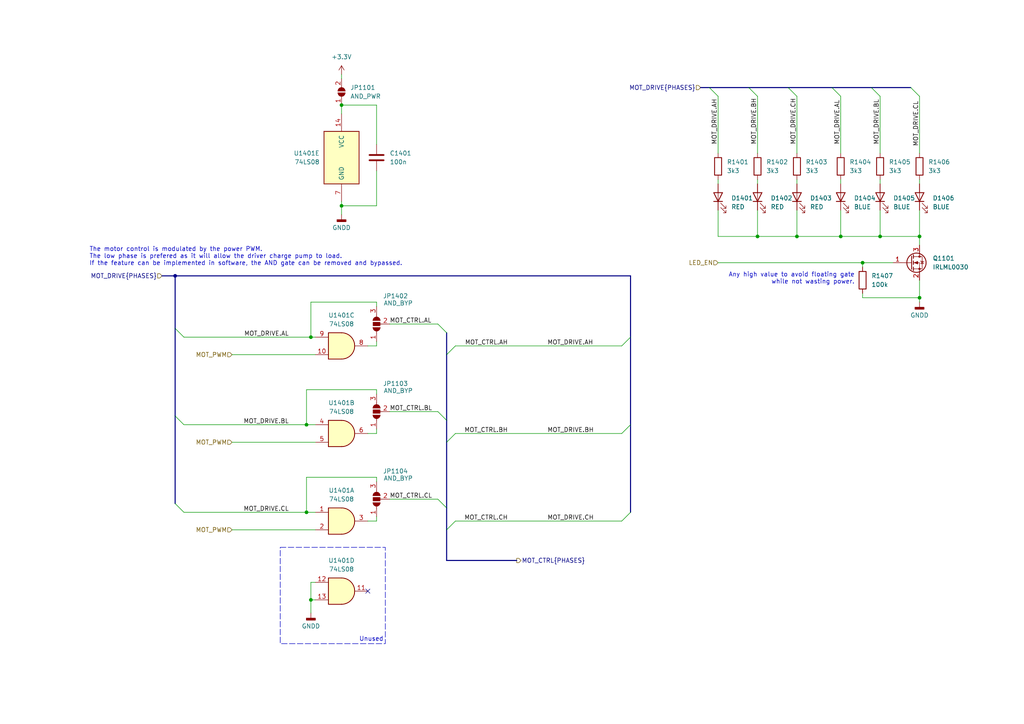
<source format=kicad_sch>
(kicad_sch (version 20240101) (generator "eeschema") (generator_version "8.99")
  (paper "A4")
  (title_block (date "2023-04-05") (rev "0.1") (company "Julien FAUCHER") (comment 1 "Defis solaires 2024"))
  (lib_symbols
    (symbol "74LS08_1" (pin_names (offset 1.016))
      (symbol "74LS08_1_1_1"
        (arc (start 0 -3.81) (mid 3.7934 0) (end 0 3.81) (stroke (width 0.254)) (fill (type background)))
        (polyline (pts (xy 0 3.81) (xy -3.81 3.81) (xy -3.81 -3.81) (xy 0 -3.81)) (stroke (width 0.254)) (fill (type background)))
        (pin input line (at -7.62 2.54 0) (length 3.81) (name "~") (number "1"))
        (pin input line (at -7.62 -2.54 0) (length 3.81) (name "~") (number "2"))
        (pin output line (at 7.62 0 180) (length 3.81) (name "~") (number "3"))
      )
      (symbol "74LS08_1_1_2"
        (arc (start -3.81 -3.81) (mid -2.589 0) (end -3.81 3.81) (stroke (width 0.254)))
        (arc (start -0.6096 -3.81) (mid 2.1842 -2.5851) (end 3.81 0) (stroke (width 0.254)) (fill (type background)))
        (polyline (pts (xy -3.81 -3.81) (xy -0.635 -3.81)) (stroke (width 0.254)) (fill (type background)))
        (polyline (pts (xy -3.81 3.81) (xy -0.635 3.81)) (stroke (width 0.254)) (fill (type background)))
        (polyline (pts (xy -0.635 3.81) (xy -3.81 3.81) (xy -3.81 3.81) (xy -3.556 3.4036) (xy -3.0226 2.2606) (xy -2.6924 1.0414) (xy -2.6162 -0.254) (xy -2.7686 -1.4986) (xy -3.175 -2.7178) (xy -3.81 -3.81) (xy -3.81 -3.81) (xy -0.635 -3.81)) (stroke (width -25.4)) (fill (type background)))
        (arc (start 3.81 0) (mid 2.1915 2.5936) (end -0.6096 3.81) (stroke (width 0.254)) (fill (type background)))
        (pin input inverted (at -7.62 2.54 0) (length 4.318) (name "~") (number "1"))
        (pin input inverted (at -7.62 -2.54 0) (length 4.318) (name "~") (number "2"))
        (pin output inverted (at 7.62 0 180) (length 3.81) (name "~") (number "3"))
      )
      (symbol "74LS08_1_2_1"
        (arc (start 0 -3.81) (mid 3.7934 0) (end 0 3.81) (stroke (width 0.254)) (fill (type background)))
        (polyline (pts (xy 0 3.81) (xy -3.81 3.81) (xy -3.81 -3.81) (xy 0 -3.81)) (stroke (width 0.254)) (fill (type background)))
        (pin input line (at -7.62 2.54 0) (length 3.81) (name "~") (number "4"))
        (pin input line (at -7.62 -2.54 0) (length 3.81) (name "~") (number "5"))
        (pin output line (at 7.62 0 180) (length 3.81) (name "~") (number "6"))
      )
      (symbol "74LS08_1_2_2"
        (arc (start -0.6096 -3.81) (mid 2.1842 -2.5851) (end 3.81 0) (stroke (width 0.254)) (fill (type background)))
        (arc (start -3.81 -3.81) (mid -2.589 0) (end -3.81 3.81) (stroke (width 0.254)))
        (arc (start 3.81 0) (mid 2.1915 2.5936) (end -0.6096 3.81) (stroke (width 0.254)) (fill (type background)))
        (polyline (pts (xy -3.81 3.81) (xy -0.635 3.81)) (stroke (width 0.254)) (fill (type background)))
        (polyline (pts (xy -3.81 -3.81) (xy -0.635 -3.81)) (stroke (width 0.254)) (fill (type background)))
        (polyline (pts (xy -0.635 3.81) (xy -3.81 3.81) (xy -3.81 3.81) (xy -3.556 3.4036) (xy -3.0226 2.2606) (xy -2.6924 1.0414) (xy -2.6162 -0.254) (xy -2.7686 -1.4986) (xy -3.175 -2.7178) (xy -3.81 -3.81) (xy -3.81 -3.81) (xy -0.635 -3.81)) (stroke (width -25.4)) (fill (type background)))
        (pin input inverted (at -7.62 2.54 0) (length 4.318) (name "~") (number "4"))
        (pin output inverted (at 7.62 0 180) (length 3.81) (name "~") (number "6"))
        (pin input inverted (at -7.62 -2.54 0) (length 4.318) (name "~") (number "5"))
      )
      (symbol "74LS08_1_3_1"
        (arc (start 0 -3.81) (mid 3.7934 0) (end 0 3.81) (stroke (width 0.254)) (fill (type background)))
        (polyline (pts (xy 0 3.81) (xy -3.81 3.81) (xy -3.81 -3.81) (xy 0 -3.81)) (stroke (width 0.254)) (fill (type background)))
        (pin input line (at -7.62 -2.54 0) (length 3.81) (name "~") (number "10"))
        (pin output line (at 7.62 0 180) (length 3.81) (name "~") (number "8"))
        (pin input line (at -7.62 2.54 0) (length 3.81) (name "~") (number "9"))
      )
      (symbol "74LS08_1_3_2"
        (arc (start -3.81 -3.81) (mid -2.589 0) (end -3.81 3.81) (stroke (width 0.254)))
        (arc (start -0.6096 -3.81) (mid 2.1842 -2.5851) (end 3.81 0) (stroke (width 0.254)) (fill (type background)))
        (polyline (pts (xy -3.81 -3.81) (xy -0.635 -3.81)) (stroke (width 0.254)) (fill (type background)))
        (polyline (pts (xy -3.81 3.81) (xy -0.635 3.81)) (stroke (width 0.254)) (fill (type background)))
        (polyline (pts (xy -0.635 3.81) (xy -3.81 3.81) (xy -3.81 3.81) (xy -3.556 3.4036) (xy -3.0226 2.2606) (xy -2.6924 1.0414) (xy -2.6162 -0.254) (xy -2.7686 -1.4986) (xy -3.175 -2.7178) (xy -3.81 -3.81) (xy -3.81 -3.81) (xy -0.635 -3.81)) (stroke (width -25.4)) (fill (type background)))
        (arc (start 3.81 0) (mid 2.1915 2.5936) (end -0.6096 3.81) (stroke (width 0.254)) (fill (type background)))
        (pin input inverted (at -7.62 -2.54 0) (length 4.318) (name "~") (number "10"))
        (pin output inverted (at 7.62 0 180) (length 3.81) (name "~") (number "8"))
        (pin input inverted (at -7.62 2.54 0) (length 4.318) (name "~") (number "9"))
      )
      (symbol "74LS08_1_4_1"
        (arc (start 0 -3.81) (mid 3.7934 0) (end 0 3.81) (stroke (width 0.254)) (fill (type background)))
        (polyline (pts (xy 0 3.81) (xy -3.81 3.81) (xy -3.81 -3.81) (xy 0 -3.81)) (stroke (width 0.254)) (fill (type background)))
        (pin output line (at 7.62 0 180) (length 3.81) (name "~") (number "11"))
        (pin input line (at -7.62 2.54 0) (length 3.81) (name "~") (number "12"))
        (pin input line (at -7.62 -2.54 0) (length 3.81) (name "~") (number "13"))
      )
      (symbol "74LS08_1_4_2"
        (arc (start -3.81 -3.81) (mid -2.589 0) (end -3.81 3.81) (stroke (width 0.254)))
        (arc (start -0.6096 -3.81) (mid 2.1842 -2.5851) (end 3.81 0) (stroke (width 0.254)) (fill (type background)))
        (polyline (pts (xy -3.81 -3.81) (xy -0.635 -3.81)) (stroke (width 0.254)) (fill (type background)))
        (polyline (pts (xy -3.81 3.81) (xy -0.635 3.81)) (stroke (width 0.254)) (fill (type background)))
        (polyline (pts (xy -0.635 3.81) (xy -3.81 3.81) (xy -3.81 3.81) (xy -3.556 3.4036) (xy -3.0226 2.2606) (xy -2.6924 1.0414) (xy -2.6162 -0.254) (xy -2.7686 -1.4986) (xy -3.175 -2.7178) (xy -3.81 -3.81) (xy -3.81 -3.81) (xy -0.635 -3.81)) (stroke (width -25.4)) (fill (type background)))
        (arc (start 3.81 0) (mid 2.1915 2.5936) (end -0.6096 3.81) (stroke (width 0.254)) (fill (type background)))
        (pin output inverted (at 7.62 0 180) (length 3.81) (name "~") (number "11"))
        (pin input inverted (at -7.62 2.54 0) (length 4.318) (name "~") (number "12"))
        (pin input inverted (at -7.62 -2.54 0) (length 4.318) (name "~") (number "13"))
      )
      (symbol "74LS08_1_5_0"
        (pin power_in line (at 0 12.7 270) (length 5.08) (name "VCC") (number "14"))
        (pin power_in line (at 0 -12.7 90) (length 5.08) (name "GND") (number "7"))
      )
      (symbol "74LS08_1_5_1"
        (rectangle (start -5.08 7.62) (end 5.08 -7.62) (stroke (width 0.254)) (fill (type background)))
      )
    )
    (symbol "74LS08_2" (pin_names (offset 1.016))
      (symbol "74LS08_2_1_1"
        (arc (start 0 -3.81) (mid 3.7934 0) (end 0 3.81) (stroke (width 0.254)) (fill (type background)))
        (polyline (pts (xy 0 3.81) (xy -3.81 3.81) (xy -3.81 -3.81) (xy 0 -3.81)) (stroke (width 0.254)) (fill (type background)))
        (pin input line (at -7.62 2.54 0) (length 3.81) (name "~") (number "1"))
        (pin input line (at -7.62 -2.54 0) (length 3.81) (name "~") (number "2"))
        (pin output line (at 7.62 0 180) (length 3.81) (name "~") (number "3"))
      )
      (symbol "74LS08_2_1_2"
        (arc (start -3.81 -3.81) (mid -2.589 0) (end -3.81 3.81) (stroke (width 0.254)))
        (arc (start -0.6096 -3.81) (mid 2.1842 -2.5851) (end 3.81 0) (stroke (width 0.254)) (fill (type background)))
        (polyline (pts (xy -3.81 -3.81) (xy -0.635 -3.81)) (stroke (width 0.254)) (fill (type background)))
        (polyline (pts (xy -3.81 3.81) (xy -0.635 3.81)) (stroke (width 0.254)) (fill (type background)))
        (polyline (pts (xy -0.635 3.81) (xy -3.81 3.81) (xy -3.81 3.81) (xy -3.556 3.4036) (xy -3.0226 2.2606) (xy -2.6924 1.0414) (xy -2.6162 -0.254) (xy -2.7686 -1.4986) (xy -3.175 -2.7178) (xy -3.81 -3.81) (xy -3.81 -3.81) (xy -0.635 -3.81)) (stroke (width -25.4)) (fill (type background)))
        (arc (start 3.81 0) (mid 2.1915 2.5936) (end -0.6096 3.81) (stroke (width 0.254)) (fill (type background)))
        (pin input inverted (at -7.62 2.54 0) (length 4.318) (name "~") (number "1"))
        (pin input inverted (at -7.62 -2.54 0) (length 4.318) (name "~") (number "2"))
        (pin output inverted (at 7.62 0 180) (length 3.81) (name "~") (number "3"))
      )
      (symbol "74LS08_2_2_1"
        (arc (start 0 -3.81) (mid 3.7934 0) (end 0 3.81) (stroke (width 0.254)) (fill (type background)))
        (polyline (pts (xy 0 3.81) (xy -3.81 3.81) (xy -3.81 -3.81) (xy 0 -3.81)) (stroke (width 0.254)) (fill (type background)))
        (pin input line (at -7.62 2.54 0) (length 3.81) (name "~") (number "4"))
        (pin input line (at -7.62 -2.54 0) (length 3.81) (name "~") (number "5"))
        (pin output line (at 7.62 0 180) (length 3.81) (name "~") (number "6"))
      )
      (symbol "74LS08_2_2_2"
        (arc (start -0.6096 -3.81) (mid 2.1842 -2.5851) (end 3.81 0) (stroke (width 0.254)) (fill (type background)))
        (arc (start -3.81 -3.81) (mid -2.589 0) (end -3.81 3.81) (stroke (width 0.254)))
        (arc (start 3.81 0) (mid 2.1915 2.5936) (end -0.6096 3.81) (stroke (width 0.254)) (fill (type background)))
        (polyline (pts (xy -3.81 3.81) (xy -0.635 3.81)) (stroke (width 0.254)) (fill (type background)))
        (polyline (pts (xy -3.81 -3.81) (xy -0.635 -3.81)) (stroke (width 0.254)) (fill (type background)))
        (polyline (pts (xy -0.635 3.81) (xy -3.81 3.81) (xy -3.81 3.81) (xy -3.556 3.4036) (xy -3.0226 2.2606) (xy -2.6924 1.0414) (xy -2.6162 -0.254) (xy -2.7686 -1.4986) (xy -3.175 -2.7178) (xy -3.81 -3.81) (xy -3.81 -3.81) (xy -0.635 -3.81)) (stroke (width -25.4)) (fill (type background)))
        (pin input inverted (at -7.62 2.54 0) (length 4.318) (name "~") (number "4"))
        (pin output inverted (at 7.62 0 180) (length 3.81) (name "~") (number "6"))
        (pin input inverted (at -7.62 -2.54 0) (length 4.318) (name "~") (number "5"))
      )
      (symbol "74LS08_2_3_1"
        (arc (start 0 -3.81) (mid 3.7934 0) (end 0 3.81) (stroke (width 0.254)) (fill (type background)))
        (polyline (pts (xy 0 3.81) (xy -3.81 3.81) (xy -3.81 -3.81) (xy 0 -3.81)) (stroke (width 0.254)) (fill (type background)))
        (pin input line (at -7.62 -2.54 0) (length 3.81) (name "~") (number "10"))
        (pin output line (at 7.62 0 180) (length 3.81) (name "~") (number "8"))
        (pin input line (at -7.62 2.54 0) (length 3.81) (name "~") (number "9"))
      )
      (symbol "74LS08_2_3_2"
        (arc (start -3.81 -3.81) (mid -2.589 0) (end -3.81 3.81) (stroke (width 0.254)))
        (arc (start -0.6096 -3.81) (mid 2.1842 -2.5851) (end 3.81 0) (stroke (width 0.254)) (fill (type background)))
        (polyline (pts (xy -3.81 -3.81) (xy -0.635 -3.81)) (stroke (width 0.254)) (fill (type background)))
        (polyline (pts (xy -3.81 3.81) (xy -0.635 3.81)) (stroke (width 0.254)) (fill (type background)))
        (polyline (pts (xy -0.635 3.81) (xy -3.81 3.81) (xy -3.81 3.81) (xy -3.556 3.4036) (xy -3.0226 2.2606) (xy -2.6924 1.0414) (xy -2.6162 -0.254) (xy -2.7686 -1.4986) (xy -3.175 -2.7178) (xy -3.81 -3.81) (xy -3.81 -3.81) (xy -0.635 -3.81)) (stroke (width -25.4)) (fill (type background)))
        (arc (start 3.81 0) (mid 2.1915 2.5936) (end -0.6096 3.81) (stroke (width 0.254)) (fill (type background)))
        (pin input inverted (at -7.62 -2.54 0) (length 4.318) (name "~") (number "10"))
        (pin output inverted (at 7.62 0 180) (length 3.81) (name "~") (number "8"))
        (pin input inverted (at -7.62 2.54 0) (length 4.318) (name "~") (number "9"))
      )
      (symbol "74LS08_2_4_1"
        (arc (start 0 -3.81) (mid 3.7934 0) (end 0 3.81) (stroke (width 0.254)) (fill (type background)))
        (polyline (pts (xy 0 3.81) (xy -3.81 3.81) (xy -3.81 -3.81) (xy 0 -3.81)) (stroke (width 0.254)) (fill (type background)))
        (pin output line (at 7.62 0 180) (length 3.81) (name "~") (number "11"))
        (pin input line (at -7.62 2.54 0) (length 3.81) (name "~") (number "12"))
        (pin input line (at -7.62 -2.54 0) (length 3.81) (name "~") (number "13"))
      )
      (symbol "74LS08_2_4_2"
        (arc (start -3.81 -3.81) (mid -2.589 0) (end -3.81 3.81) (stroke (width 0.254)))
        (arc (start -0.6096 -3.81) (mid 2.1842 -2.5851) (end 3.81 0) (stroke (width 0.254)) (fill (type background)))
        (polyline (pts (xy -3.81 -3.81) (xy -0.635 -3.81)) (stroke (width 0.254)) (fill (type background)))
        (polyline (pts (xy -3.81 3.81) (xy -0.635 3.81)) (stroke (width 0.254)) (fill (type background)))
        (polyline (pts (xy -0.635 3.81) (xy -3.81 3.81) (xy -3.81 3.81) (xy -3.556 3.4036) (xy -3.0226 2.2606) (xy -2.6924 1.0414) (xy -2.6162 -0.254) (xy -2.7686 -1.4986) (xy -3.175 -2.7178) (xy -3.81 -3.81) (xy -3.81 -3.81) (xy -0.635 -3.81)) (stroke (width -25.4)) (fill (type background)))
        (arc (start 3.81 0) (mid 2.1915 2.5936) (end -0.6096 3.81) (stroke (width 0.254)) (fill (type background)))
        (pin output inverted (at 7.62 0 180) (length 3.81) (name "~") (number "11"))
        (pin input inverted (at -7.62 2.54 0) (length 4.318) (name "~") (number "12"))
        (pin input inverted (at -7.62 -2.54 0) (length 4.318) (name "~") (number "13"))
      )
      (symbol "74LS08_2_5_0"
        (pin power_in line (at 0 12.7 270) (length 5.08) (name "VCC") (number "14"))
        (pin power_in line (at 0 -12.7 90) (length 5.08) (name "GND") (number "7"))
      )
      (symbol "74LS08_2_5_1"
        (rectangle (start -5.08 7.62) (end 5.08 -7.62) (stroke (width 0.254)) (fill (type background)))
      )
    )
    (symbol "74xx:74LS08" (pin_names (offset 1.016))
      (symbol "74LS08_1_1"
        (polyline (pts (xy 0 3.81) (xy -3.81 3.81) (xy -3.81 -3.81) (xy 0 -3.81)) (stroke (width 0.254)) (fill (type background)))
        (arc (start 0 -3.81) (mid 3.7934 0) (end 0 3.81) (stroke (width 0.254)) (fill (type background)))
        (pin input line (at -7.62 2.54 0) (length 3.81) (name "~") (number "1"))
        (pin input line (at -7.62 -2.54 0) (length 3.81) (name "~") (number "2"))
        (pin output line (at 7.62 0 180) (length 3.81) (name "~") (number "3"))
      )
      (symbol "74LS08_1_2"
        (arc (start -3.81 -3.81) (mid -2.589 0) (end -3.81 3.81) (stroke (width 0.254)))
        (arc (start -0.6096 -3.81) (mid 2.1842 -2.5851) (end 3.81 0) (stroke (width 0.254)) (fill (type background)))
        (polyline (pts (xy -3.81 -3.81) (xy -0.635 -3.81)) (stroke (width 0.254)) (fill (type background)))
        (polyline (pts (xy -3.81 3.81) (xy -0.635 3.81)) (stroke (width 0.254)) (fill (type background)))
        (polyline (pts (xy -0.635 3.81) (xy -3.81 3.81) (xy -3.81 3.81) (xy -3.556 3.4036) (xy -3.0226 2.2606) (xy -2.6924 1.0414) (xy -2.6162 -0.254) (xy -2.7686 -1.4986) (xy -3.175 -2.7178) (xy -3.81 -3.81) (xy -3.81 -3.81) (xy -0.635 -3.81)) (stroke (width -25.4)) (fill (type background)))
        (arc (start 3.81 0) (mid 2.1915 2.5936) (end -0.6096 3.81) (stroke (width 0.254)) (fill (type background)))
        (pin input inverted (at -7.62 2.54 0) (length 4.318) (name "~") (number "1"))
        (pin input inverted (at -7.62 -2.54 0) (length 4.318) (name "~") (number "2"))
        (pin output inverted (at 7.62 0 180) (length 3.81) (name "~") (number "3"))
      )
      (symbol "74LS08_2_1"
        (arc (start 0 -3.81) (mid 3.7934 0) (end 0 3.81) (stroke (width 0.254)) (fill (type background)))
        (polyline (pts (xy 0 3.81) (xy -3.81 3.81) (xy -3.81 -3.81) (xy 0 -3.81)) (stroke (width 0.254)) (fill (type background)))
        (pin input line (at -7.62 2.54 0) (length 3.81) (name "~") (number "4"))
        (pin input line (at -7.62 -2.54 0) (length 3.81) (name "~") (number "5"))
        (pin output line (at 7.62 0 180) (length 3.81) (name "~") (number "6"))
      )
      (symbol "74LS08_2_2"
        (arc (start -0.6096 -3.81) (mid 2.1842 -2.5851) (end 3.81 0) (stroke (width 0.254)) (fill (type background)))
        (arc (start -3.81 -3.81) (mid -2.589 0) (end -3.81 3.81) (stroke (width 0.254)))
        (arc (start 3.81 0) (mid 2.1915 2.5936) (end -0.6096 3.81) (stroke (width 0.254)) (fill (type background)))
        (polyline (pts (xy -3.81 3.81) (xy -0.635 3.81)) (stroke (width 0.254)) (fill (type background)))
        (polyline (pts (xy -3.81 -3.81) (xy -0.635 -3.81)) (stroke (width 0.254)) (fill (type background)))
        (polyline (pts (xy -0.635 3.81) (xy -3.81 3.81) (xy -3.81 3.81) (xy -3.556 3.4036) (xy -3.0226 2.2606) (xy -2.6924 1.0414) (xy -2.6162 -0.254) (xy -2.7686 -1.4986) (xy -3.175 -2.7178) (xy -3.81 -3.81) (xy -3.81 -3.81) (xy -0.635 -3.81)) (stroke (width -25.4)) (fill (type background)))
        (pin input inverted (at -7.62 2.54 0) (length 4.318) (name "~") (number "4"))
        (pin output inverted (at 7.62 0 180) (length 3.81) (name "~") (number "6"))
        (pin input inverted (at -7.62 -2.54 0) (length 4.318) (name "~") (number "5"))
      )
      (symbol "74LS08_3_1"
        (arc (start 0 -3.81) (mid 3.7934 0) (end 0 3.81) (stroke (width 0.254)) (fill (type background)))
        (polyline (pts (xy 0 3.81) (xy -3.81 3.81) (xy -3.81 -3.81) (xy 0 -3.81)) (stroke (width 0.254)) (fill (type background)))
        (pin output line (at 7.62 0 180) (length 3.81) (name "~") (number "8"))
        (pin input line (at -7.62 -2.54 0) (length 3.81) (name "~") (number "10"))
        (pin input line (at -7.62 2.54 0) (length 3.81) (name "~") (number "9"))
      )
      (symbol "74LS08_3_2"
        (arc (start -3.81 -3.81) (mid -2.589 0) (end -3.81 3.81) (stroke (width 0.254)))
        (arc (start -0.6096 -3.81) (mid 2.1842 -2.5851) (end 3.81 0) (stroke (width 0.254)) (fill (type background)))
        (polyline (pts (xy -3.81 -3.81) (xy -0.635 -3.81)) (stroke (width 0.254)) (fill (type background)))
        (polyline (pts (xy -3.81 3.81) (xy -0.635 3.81)) (stroke (width 0.254)) (fill (type background)))
        (polyline (pts (xy -0.635 3.81) (xy -3.81 3.81) (xy -3.81 3.81) (xy -3.556 3.4036) (xy -3.0226 2.2606) (xy -2.6924 1.0414) (xy -2.6162 -0.254) (xy -2.7686 -1.4986) (xy -3.175 -2.7178) (xy -3.81 -3.81) (xy -3.81 -3.81) (xy -0.635 -3.81)) (stroke (width -25.4)) (fill (type background)))
        (arc (start 3.81 0) (mid 2.1915 2.5936) (end -0.6096 3.81) (stroke (width 0.254)) (fill (type background)))
        (pin input inverted (at -7.62 -2.54 0) (length 4.318) (name "~") (number "10"))
        (pin output inverted (at 7.62 0 180) (length 3.81) (name "~") (number "8"))
        (pin input inverted (at -7.62 2.54 0) (length 4.318) (name "~") (number "9"))
      )
      (symbol "74LS08_4_1"
        (arc (start 0 -3.81) (mid 3.7934 0) (end 0 3.81) (stroke (width 0.254)) (fill (type background)))
        (polyline (pts (xy 0 3.81) (xy -3.81 3.81) (xy -3.81 -3.81) (xy 0 -3.81)) (stroke (width 0.254)) (fill (type background)))
        (pin output line (at 7.62 0 180) (length 3.81) (name "~") (number "11"))
        (pin input line (at -7.62 2.54 0) (length 3.81) (name "~") (number "12"))
        (pin input line (at -7.62 -2.54 0) (length 3.81) (name "~") (number "13"))
      )
      (symbol "74LS08_4_2"
        (arc (start -3.81 -3.81) (mid -2.589 0) (end -3.81 3.81) (stroke (width 0.254)))
        (arc (start -0.6096 -3.81) (mid 2.1842 -2.5851) (end 3.81 0) (stroke (width 0.254)) (fill (type background)))
        (polyline (pts (xy -3.81 -3.81) (xy -0.635 -3.81)) (stroke (width 0.254)) (fill (type background)))
        (polyline (pts (xy -3.81 3.81) (xy -0.635 3.81)) (stroke (width 0.254)) (fill (type background)))
        (polyline (pts (xy -0.635 3.81) (xy -3.81 3.81) (xy -3.81 3.81) (xy -3.556 3.4036) (xy -3.0226 2.2606) (xy -2.6924 1.0414) (xy -2.6162 -0.254) (xy -2.7686 -1.4986) (xy -3.175 -2.7178) (xy -3.81 -3.81) (xy -3.81 -3.81) (xy -0.635 -3.81)) (stroke (width -25.4)) (fill (type background)))
        (arc (start 3.81 0) (mid 2.1915 2.5936) (end -0.6096 3.81) (stroke (width 0.254)) (fill (type background)))
        (pin output inverted (at 7.62 0 180) (length 3.81) (name "~") (number "11"))
        (pin input inverted (at -7.62 2.54 0) (length 4.318) (name "~") (number "12"))
        (pin input inverted (at -7.62 -2.54 0) (length 4.318) (name "~") (number "13"))
      )
      (symbol "74LS08_5_0"
        (pin power_in line (at 0 12.7 270) (length 5.08) (name "VCC") (number "14"))
        (pin power_in line (at 0 -12.7 90) (length 5.08) (name "GND") (number "7"))
      )
      (symbol "74LS08_5_1"
        (rectangle (start -5.08 7.62) (end 5.08 -7.62) (stroke (width 0.254)) (fill (type background)))
      )
    )
    (symbol "Device:C" (pin_numbers hide) (pin_names (offset 0.254))
      (symbol "C_0_1"
        (polyline (pts (xy -2.032 -0.762) (xy 2.032 -0.762)) (stroke (width 0.508)))
        (polyline (pts (xy -2.032 0.762) (xy 2.032 0.762)) (stroke (width 0.508)))
      )
      (symbol "C_1_1"
        (pin passive line (at 0 3.81 270) (length 2.794) (name "~") (number "1"))
        (pin passive line (at 0 -3.81 90) (length 2.794) (name "~") (number "2"))
      )
    )
    (symbol "Device:LED" (pin_numbers hide) (pin_names (offset 1.016) hide)
      (symbol "LED_0_1"
        (polyline (pts (xy -1.27 -1.27) (xy -1.27 1.27)) (stroke (width 0.254)))
        (polyline (pts (xy -1.27 0) (xy 1.27 0)))
        (polyline (pts (xy 1.27 -1.27) (xy 1.27 1.27) (xy -1.27 0) (xy 1.27 -1.27)) (stroke (width 0.254)))
        (polyline (pts (xy -3.048 -0.762) (xy -4.572 -2.286) (xy -3.81 -2.286) (xy -4.572 -2.286) (xy -4.572 -1.524)))
        (polyline (pts (xy -1.778 -0.762) (xy -3.302 -2.286) (xy -2.54 -2.286) (xy -3.302 -2.286) (xy -3.302 -1.524)))
      )
      (symbol "LED_1_1"
        (pin passive line (at -3.81 0 0) (length 2.54) (name "K") (number "1"))
        (pin passive line (at 3.81 0 180) (length 2.54) (name "A") (number "2"))
      )
    )
    (symbol "Device:R" (pin_numbers hide) (pin_names (offset 0))
      (symbol "R_0_1"
        (rectangle (start -1.016 -2.54) (end 1.016 2.54) (stroke (width 0.254)))
      )
      (symbol "R_1_1"
        (pin passive line (at 0 3.81 270) (length 1.27) (name "~") (number "1"))
        (pin passive line (at 0 -3.81 90) (length 1.27) (name "~") (number "2"))
      )
    )
    (symbol "Jumper:SolderJumper_2_Open" (pin_names (offset 0) hide)
      (symbol "SolderJumper_2_Open_0_1"
        (arc (start -0.254 1.016) (mid -1.2656 0) (end -0.254 -1.016))
        (arc (start -0.254 1.016) (mid -1.2656 0) (end -0.254 -1.016) (fill (type outline)))
        (polyline (pts (xy -0.254 1.016) (xy -0.254 -1.016)))
        (polyline (pts (xy 0.254 1.016) (xy 0.254 -1.016)))
        (arc (start 0.254 -1.016) (mid 1.2656 0) (end 0.254 1.016))
        (arc (start 0.254 -1.016) (mid 1.2656 0) (end 0.254 1.016) (fill (type outline)))
      )
      (symbol "SolderJumper_2_Open_1_1"
        (pin passive line (at -3.81 0 0) (length 2.54) (name "A") (number "1"))
        (pin passive line (at 3.81 0 180) (length 2.54) (name "B") (number "2"))
      )
    )
    (symbol "Jumper:SolderJumper_3_Open" (pin_names (offset 0) hide)
      (symbol "SolderJumper_3_Open_0_1"
        (arc (start -1.016 1.016) (mid -2.0276 0) (end -1.016 -1.016))
        (arc (start -1.016 1.016) (mid -2.0276 0) (end -1.016 -1.016) (fill (type outline)))
        (rectangle (start -0.508 1.016) (end 0.508 -1.016) (fill (type outline)))
        (polyline (pts (xy -2.54 0) (xy -2.032 0)))
        (polyline (pts (xy -1.016 1.016) (xy -1.016 -1.016)))
        (polyline (pts (xy 0 -1.27) (xy 0 -1.016)))
        (polyline (pts (xy 1.016 1.016) (xy 1.016 -1.016)))
        (polyline (pts (xy 2.54 0) (xy 2.032 0)))
        (arc (start 1.016 -1.016) (mid 2.0276 0) (end 1.016 1.016))
        (arc (start 1.016 -1.016) (mid 2.0276 0) (end 1.016 1.016) (fill (type outline)))
      )
      (symbol "SolderJumper_3_Open_1_1"
        (pin passive line (at -5.08 0 0) (length 2.54) (name "A") (number "1"))
        (pin passive line (at 0 -3.81 90) (length 2.54) (name "C") (number "2"))
        (pin passive line (at 5.08 0 180) (length 2.54) (name "B") (number "3"))
      )
    )
    (symbol "Transistor_FET:IRLML0030" (pin_names hide)
      (symbol "IRLML0030_0_1"
        (polyline (pts (xy 0.254 0) (xy -2.54 0)))
        (polyline (pts (xy 0.254 1.905) (xy 0.254 -1.905)) (stroke (width 0.254)))
        (polyline (pts (xy 0.762 -1.27) (xy 0.762 -2.286)) (stroke (width 0.254)))
        (polyline (pts (xy 0.762 0.508) (xy 0.762 -0.508)) (stroke (width 0.254)))
        (polyline (pts (xy 0.762 2.286) (xy 0.762 1.27)) (stroke (width 0.254)))
        (polyline (pts (xy 2.54 2.54) (xy 2.54 1.778)))
        (polyline (pts (xy 2.54 -2.54) (xy 2.54 0) (xy 0.762 0)))
        (polyline (pts (xy 0.762 -1.778) (xy 3.302 -1.778) (xy 3.302 1.778) (xy 0.762 1.778)))
        (polyline (pts (xy 1.016 0) (xy 2.032 0.381) (xy 2.032 -0.381) (xy 1.016 0)) (fill (type outline)))
        (polyline (pts (xy 2.794 0.508) (xy 2.921 0.381) (xy 3.683 0.381) (xy 3.81 0.254)))
        (polyline (pts (xy 3.302 0.381) (xy 2.921 -0.254) (xy 3.683 -0.254) (xy 3.302 0.381)))
        (circle (center 1.651 0) (radius 2.794) (stroke (width 0.254)))
        (circle (center 2.54 -1.778) (radius 0.254) (fill (type outline)))
        (circle (center 2.54 1.778) (radius 0.254) (fill (type outline)))
      )
      (symbol "IRLML0030_1_1"
        (pin input line (at -5.08 0 0) (length 2.54) (name "G") (number "1"))
        (pin passive line (at 2.54 -5.08 90) (length 2.54) (name "S") (number "2"))
        (pin passive line (at 2.54 5.08 270) (length 2.54) (name "D") (number "3"))
      )
    )
    (symbol "power:+3.3V" (power) (pin_names (offset 0))
      (symbol "+3.3V_0_1"
        (polyline (pts (xy -0.762 1.27) (xy 0 2.54)))
        (polyline (pts (xy 0 0) (xy 0 2.54)))
        (polyline (pts (xy 0 2.54) (xy 0.762 1.27)))
      )
      (symbol "+3.3V_1_1"
        (pin power_in line (at 0 0 90) (length 0) hide (name "+3.3V") (number "1"))
      )
    )
    (symbol "power:GNDD" (power) (pin_names (offset 0))
      (symbol "GNDD_0_1"
        (rectangle (start -1.27 -1.524) (end 1.27 -2.032) (stroke (width 0.254)) (fill (type outline)))
        (polyline (pts (xy 0 0) (xy 0 -1.524)))
      )
      (symbol "GNDD_1_1"
        (pin power_in line (at 0 0 270) (length 0) hide (name "GNDD") (number "1"))
      )
    )
  )
  (rectangle (start 81.28 158.75) (end 111.76 186.69) (stroke (width 0) (type dash)))
  (text "Any high value to avoid floating gate\nwhile not wasting power." (at 247.904 82.55 0) (effects (font (size 1.27 1.27)) (justify right bottom)))
  (text "Unused" (at 111.252 186.182 0) (effects (font (size 1.27 1.27)) (justify right bottom)))
  (text "The motor control is modulated by the power PWM.\nThe low phase is prefered as it will allow the driver charge pump to load.\nIf the feature can be implemented in software, the AND gate can be removed and bypassed." (at 25.908 71.628 0) (effects (font (size 1.27 1.27)) (justify left top)))
  (junction (at 50.8 80.01))
  (junction (at 250.19 76.2))
  (junction (at 255.27 68.58))
  (junction (at 243.84 68.58))
  (junction (at 90.17 173.99))
  (junction (at 99.06 30.48))
  (junction (at 88.9 148.59))
  (junction (at 231.14 68.58))
  (junction (at 219.71 68.58))
  (junction (at 90.17 97.79))
  (junction (at 266.7 86.36))
  (junction (at 99.06 59.69))
  (junction (at 88.9 123.19))
  (junction (at 266.7 68.58))
  (no_connect (at 106.68 171.45))
  (bus_entry (at 217.17 25.4) (size 2.54 2.54))
  (bus_entry (at 50.8 146.05) (size 2.54 2.54))
  (bus_entry (at 129.54 147.32) (size -2.54 -2.54))
  (bus_entry (at 182.88 148.59) (size -2.54 2.54))
  (bus_entry (at 129.54 102.87) (size 2.54 -2.54))
  (bus_entry (at 252.73 25.4) (size 2.54 2.54))
  (bus_entry (at 182.88 123.19) (size -2.54 2.54))
  (bus_entry (at 50.8 120.65) (size 2.54 2.54))
  (bus_entry (at 129.54 121.92) (size -2.54 -2.54))
  (bus_entry (at 241.3 25.4) (size 2.54 2.54))
  (bus_entry (at 129.54 128.27) (size 2.54 -2.54))
  (bus_entry (at 129.54 153.67) (size 2.54 -2.54))
  (bus_entry (at 50.8 95.25) (size 2.54 2.54))
  (bus_entry (at 129.54 96.52) (size -2.54 -2.54))
  (bus_entry (at 182.88 97.79) (size -2.54 2.54))
  (bus_entry (at 205.74 25.4) (size 2.54 2.54))
  (bus_entry (at 264.16 25.4) (size 2.54 2.54))
  (bus_entry (at 228.6 25.4) (size 2.54 2.54))
  (wire (pts (xy 231.14 52.07) (xy 231.14 53.34)))
  (wire (pts (xy 109.22 88.9) (xy 109.22 87.63)))
  (bus (pts (xy 203.2 25.4) (xy 205.74 25.4)))
  (wire (pts (xy 109.22 125.73) (xy 109.22 124.46)))
  (wire (pts (xy 88.9 148.59) (xy 91.44 148.59)))
  (wire (pts (xy 91.44 168.91) (xy 90.17 168.91)))
  (bus (pts (xy 252.73 25.4) (xy 264.16 25.4)))
  (wire (pts (xy 208.28 60.96) (xy 208.28 68.58)))
  (wire (pts (xy 132.08 100.33) (xy 180.34 100.33)))
  (wire (pts (xy 106.68 125.73) (xy 109.22 125.73)))
  (wire (pts (xy 90.17 87.63) (xy 109.22 87.63)))
  (wire (pts (xy 109.22 99.06) (xy 109.22 100.33)))
  (wire (pts (xy 113.03 119.38) (xy 127 119.38)))
  (wire (pts (xy 255.27 68.58) (xy 266.7 68.58)))
  (bus (pts (xy 129.54 147.32) (xy 129.54 153.67)))
  (bus (pts (xy 50.8 120.65) (xy 50.8 146.05)))
  (bus (pts (xy 129.54 162.56) (xy 149.86 162.56)))
  (wire (pts (xy 88.9 123.19) (xy 88.9 113.03)))
  (bus (pts (xy 50.8 80.01) (xy 182.88 80.01)))
  (wire (pts (xy 243.84 60.96) (xy 243.84 68.58)))
  (wire (pts (xy 208.28 76.2) (xy 250.19 76.2)))
  (wire (pts (xy 109.22 59.69) (xy 109.22 49.53)))
  (wire (pts (xy 91.44 173.99) (xy 90.17 173.99)))
  (wire (pts (xy 266.7 68.58) (xy 266.7 71.12)))
  (bus (pts (xy 217.17 25.4) (xy 228.6 25.4)))
  (wire (pts (xy 88.9 123.19) (xy 91.44 123.19)))
  (bus (pts (xy 129.54 128.27) (xy 129.54 147.32)))
  (wire (pts (xy 243.84 52.07) (xy 243.84 53.34)))
  (wire (pts (xy 255.27 60.96) (xy 255.27 68.58)))
  (wire (pts (xy 109.22 113.03) (xy 109.22 114.3)))
  (wire (pts (xy 109.22 149.86) (xy 109.22 151.13)))
  (bus (pts (xy 46.99 80.01) (xy 50.8 80.01)))
  (bus (pts (xy 129.54 102.87) (xy 129.54 121.92)))
  (wire (pts (xy 219.71 60.96) (xy 219.71 68.58)))
  (wire (pts (xy 250.19 86.36) (xy 266.7 86.36)))
  (wire (pts (xy 88.9 148.59) (xy 88.9 138.43)))
  (wire (pts (xy 99.06 21.59) (xy 99.06 22.86)))
  (wire (pts (xy 99.06 58.42) (xy 99.06 59.69)))
  (wire (pts (xy 90.17 97.79) (xy 90.17 87.63)))
  (wire (pts (xy 266.7 86.36) (xy 266.7 87.63)))
  (wire (pts (xy 132.08 151.13) (xy 180.34 151.13)))
  (bus (pts (xy 182.88 97.79) (xy 182.88 123.19)))
  (wire (pts (xy 88.9 138.43) (xy 109.22 138.43)))
  (bus (pts (xy 228.6 25.4) (xy 241.3 25.4)))
  (wire (pts (xy 255.27 52.07) (xy 255.27 53.34)))
  (wire (pts (xy 250.19 76.2) (xy 250.19 77.47)))
  (bus (pts (xy 50.8 95.25) (xy 50.8 120.65)))
  (bus (pts (xy 129.54 153.67) (xy 129.54 162.56)))
  (wire (pts (xy 208.28 68.58) (xy 219.71 68.58)))
  (wire (pts (xy 231.14 27.94) (xy 231.14 44.45)))
  (wire (pts (xy 53.34 123.19) (xy 88.9 123.19)))
  (bus (pts (xy 50.8 80.01) (xy 50.8 95.25)))
  (wire (pts (xy 219.71 27.94) (xy 219.71 44.45)))
  (bus (pts (xy 129.54 96.52) (xy 129.54 102.87)))
  (wire (pts (xy 53.34 148.59) (xy 88.9 148.59)))
  (wire (pts (xy 109.22 30.48) (xy 109.22 41.91)))
  (wire (pts (xy 90.17 168.91) (xy 90.17 173.99)))
  (wire (pts (xy 88.9 113.03) (xy 109.22 113.03)))
  (wire (pts (xy 243.84 27.94) (xy 243.84 44.45)))
  (wire (pts (xy 109.22 151.13) (xy 106.68 151.13)))
  (wire (pts (xy 259.08 76.2) (xy 250.19 76.2)))
  (wire (pts (xy 266.7 81.28) (xy 266.7 86.36)))
  (wire (pts (xy 99.06 30.48) (xy 109.22 30.48)))
  (bus (pts (xy 182.88 80.01) (xy 182.88 97.79)))
  (wire (pts (xy 67.31 153.67) (xy 91.44 153.67)))
  (wire (pts (xy 219.71 68.58) (xy 231.14 68.58)))
  (wire (pts (xy 266.7 52.07) (xy 266.7 53.34)))
  (bus (pts (xy 182.88 123.19) (xy 182.88 148.59)))
  (wire (pts (xy 255.27 27.94) (xy 255.27 44.45)))
  (wire (pts (xy 99.06 59.69) (xy 99.06 62.23)))
  (wire (pts (xy 109.22 138.43) (xy 109.22 139.7)))
  (wire (pts (xy 67.31 128.27) (xy 91.44 128.27)))
  (wire (pts (xy 99.06 59.69) (xy 109.22 59.69)))
  (wire (pts (xy 99.06 30.48) (xy 99.06 33.02)))
  (wire (pts (xy 208.28 52.07) (xy 208.28 53.34)))
  (wire (pts (xy 67.31 102.87) (xy 91.44 102.87)))
  (bus (pts (xy 129.54 121.92) (xy 129.54 128.27)))
  (wire (pts (xy 90.17 97.79) (xy 91.44 97.79)))
  (wire (pts (xy 90.17 173.99) (xy 90.17 177.8)))
  (wire (pts (xy 250.19 85.09) (xy 250.19 86.36)))
  (bus (pts (xy 205.74 25.4) (xy 217.17 25.4)))
  (bus (pts (xy 241.3 25.4) (xy 252.73 25.4)))
  (wire (pts (xy 219.71 52.07) (xy 219.71 53.34)))
  (wire (pts (xy 113.03 93.98) (xy 127 93.98)))
  (wire (pts (xy 231.14 68.58) (xy 243.84 68.58)))
  (wire (pts (xy 106.68 100.33) (xy 109.22 100.33)))
  (wire (pts (xy 113.03 144.78) (xy 127 144.78)))
  (wire (pts (xy 231.14 60.96) (xy 231.14 68.58)))
  (wire (pts (xy 53.34 97.79) (xy 90.17 97.79)))
  (wire (pts (xy 208.28 27.94) (xy 208.28 44.45)))
  (wire (pts (xy 132.08 125.73) (xy 180.34 125.73)))
  (wire (pts (xy 266.7 60.96) (xy 266.7 68.58)))
  (wire (pts (xy 243.84 68.58) (xy 255.27 68.58)))
  (wire (pts (xy 266.7 27.94) (xy 266.7 44.45)))
  (label "MOT_CTRL.BH" (at 147.32 125.73 180))
  (label "MOT_CTRL.CH" (at 147.32 151.13 180))
  (label "MOT_DRIVE.AL" (at 83.82 97.79 180))
  (label "MOT_CTRL.AL" (at 113.03 93.98 0))
  (label "MOT_CTRL.AH" (at 147.32 100.33 180))
  (label "MOT_DRIVE.CL" (at 83.82 148.59 180))
  (label "MOT_DRIVE.BH" (at 158.75 125.73 0))
  (label "MOT_DRIVE.AL" (at 243.84 41.91 90))
  (label "MOT_DRIVE.CL" (at 266.7 29.21 270))
  (label "MOT_DRIVE.AH" (at 158.75 100.33 0))
  (label "MOT_DRIVE.AH" (at 208.28 41.91 90))
  (label "MOT_DRIVE.BH" (at 219.71 41.91 90))
  (label "MOT_DRIVE.BL" (at 255.27 41.91 90))
  (label "MOT_DRIVE.BL" (at 83.82 123.19 180))
  (label "MOT_DRIVE.CH" (at 231.14 41.91 90))
  (label "MOT_CTRL.BL" (at 113.03 119.38 0))
  (label "MOT_DRIVE.CH" (at 158.75 151.13 0))
  (label "MOT_CTRL.CL" (at 113.03 144.78 0))
  (hierarchical_label "MOT_PWM" (shape input) (at 67.31 153.67 180))
  (hierarchical_label "MOT_PWM" (shape input) (at 67.31 128.27 180))
  (hierarchical_label "MOT_CTRL{PHASES}" (shape output) (at 149.86 162.56 0))
  (hierarchical_label "MOT_PWM" (shape input) (at 67.31 102.87 180))
  (hierarchical_label "MOT_DRIVE{PHASES}" (shape input) (at 46.99 80.01 180))
  (hierarchical_label "LED_EN" (shape input) (at 208.28 76.2 180))
  (hierarchical_label "MOT_DRIVE{PHASES}" (shape input) (at 203.2 25.4 180))
  (symbol (lib_id "Device:R") (at 231.14 48.26 0) (unit 1)
    (property "Reference" "R1403" (at 233.68 46.9899 0) (effects (justify left)))
    (property "Value" "3k3" (at 233.68 49.5299 0) (effects (justify left)))
    (property "Footprint" "Resistor_SMD:R_0805_2012Metric" (effects (hide yes)))
    (property "Description" "Resistor" (effects (hide yes)))
    (instances (project "dsv4" (path "" (reference "R1403") (unit 1)) (path "" (reference "R1103") (unit 1))))
  )
  (symbol (lib_id "Device:LED") (at 208.28 57.15 90) (unit 1)
    (property "Reference" "D1401" (at 212.09 57.4674 90) (effects (justify right)))
    (property "Value" "RED" (at 212.09 60.0074 90) (effects (justify right)))
    (property "Footprint" "LED_SMD:LED_0805_2012Metric" (effects (hide yes)))
    (property "Description" "Light emitting diode" (effects (hide yes)))
    (instances (project "dsv4" (path "" (reference "D1401") (unit 1)) (path "" (reference "D1101") (unit 1))))
  )
  (symbol (lib_id "Device:R") (at 208.28 48.26 0) (unit 1)
    (property "Reference" "R1401" (at 210.82 46.9899 0) (effects (justify left)))
    (property "Value" "3k3" (at 210.82 49.5299 0) (effects (justify left)))
    (property "Footprint" "Resistor_SMD:R_0805_2012Metric" (effects (hide yes)))
    (property "Description" "Resistor" (effects (hide yes)))
    (instances (project "dsv4" (path "" (reference "R1401") (unit 1)) (path "" (reference "R1101") (unit 1))))
  )
  (symbol (lib_id "power:GNDD") (at 266.7 87.63 0) (unit 1)
    (property "Reference" "#PWR01403" (effects (hide yes)))
    (property "Value" "GNDD" (at 266.7 91.44 0))
    (property "Description" "Power symbol creates a global label with name \"GNDD\" , digital ground" (effects (hide yes)))
    (instances (project "dsv4" (path "" (reference "#PWR01403") (unit 1)) (path "" (reference "#PWR01103") (unit 1))))
  )
  (symbol (lib_id "Device:LED") (at 255.27 57.15 90) (unit 1)
    (property "Reference" "D1405" (at 259.08 57.4674 90) (effects (justify right)))
    (property "Value" "BLUE" (at 259.08 60.0074 90) (effects (justify right)))
    (property "Footprint" "LED_SMD:LED_0805_2012Metric" (effects (hide yes)))
    (property "Description" "Light emitting diode" (effects (hide yes)))
    (instances (project "dsv4" (path "" (reference "D1405") (unit 1)) (path "" (reference "D1105") (unit 1))))
  )
  (symbol (lib_id "Device:LED") (at 219.71 57.15 90) (unit 1)
    (property "Reference" "D1402" (at 223.52 57.4674 90) (effects (justify right)))
    (property "Value" "RED" (at 223.52 60.0074 90) (effects (justify right)))
    (property "Footprint" "LED_SMD:LED_0805_2012Metric" (effects (hide yes)))
    (property "Description" "Light emitting diode" (effects (hide yes)))
    (instances (project "dsv4" (path "" (reference "D1402") (unit 1)) (path "" (reference "D1102") (unit 1))))
  )
  (symbol (lib_name "74LS08_2") (lib_id "74xx:74LS08") (at 99.06 151.13 0) (unit 1)
    (property "Reference" "U1401" (at 99.0517 142.24 0))
    (property "Value" "74LS08" (at 99.0517 144.78 0))
    (property "Footprint" "Package_SO:TSSOP-14_4.4x5mm_P0.65mm" (effects (hide yes)))
    (property "Datasheet" "http://www.ti.com/lit/gpn/sn74LS08" (effects (hide yes)))
    (property "Description" "Quad And2" (effects (hide yes)))
    (property "MPN" "74LVC08ABQ,115" (effects (hide yes)))
    (instances (project "dsv4" (path "" (reference "U1401") (unit 1)) (path "" (reference "U1101") (unit 1))))
  )
  (symbol (lib_id "74xx:74LS08") (at 99.06 45.72 0) (unit 5)
    (property "Reference" "U1401" (at 92.71 44.4499 0) (effects (justify right)))
    (property "Value" "74LS08" (at 92.71 46.9899 0) (effects (justify right)))
    (property "Footprint" "Package_SO:TSSOP-14_4.4x5mm_P0.65mm" (effects (hide yes)))
    (property "Datasheet" "http://www.ti.com/lit/gpn/sn74LS08" (effects (hide yes)))
    (property "Description" "Quad And2" (effects (hide yes)))
    (property "MPN" "74LVC08ABQ,115" (effects (hide yes)))
    (instances (project "dsv4" (path "" (reference "U1401") (unit 5)) (path "" (reference "U1101") (unit 5))))
  )
  (symbol (lib_id "Device:R") (at 266.7 48.26 0) (unit 1)
    (property "Reference" "R1406" (at 269.24 46.9899 0) (effects (justify left)))
    (property "Value" "3k3" (at 269.24 49.5299 0) (effects (justify left)))
    (property "Footprint" "Resistor_SMD:R_0805_2012Metric" (effects (hide yes)))
    (property "Description" "Resistor" (effects (hide yes)))
    (instances (project "dsv4" (path "" (reference "R1406") (unit 1)) (path "" (reference "R1106") (unit 1))))
  )
  (symbol (lib_id "Device:C") (at 109.22 45.72 0) (unit 1)
    (property "Reference" "C1401" (at 113.03 44.4499 0) (effects (justify left)))
    (property "Value" "100n" (at 113.03 46.9899 0) (effects (justify left)))
    (property "Footprint" "Capacitor_SMD:C_0805_2012Metric" (effects (hide yes)))
    (property "Description" "Unpolarized capacitor" (effects (hide yes)))
    (instances (project "dsv4" (path "" (reference "C1401") (unit 1)) (path "" (reference "C1101") (unit 1))))
  )
  (symbol (lib_id "74xx:74LS08") (at 99.06 100.33 0) (unit 3)
    (property "Reference" "U1401" (at 99.0517 91.44 0))
    (property "Value" "74LS08" (at 99.0517 93.98 0))
    (property "Footprint" "Package_SO:TSSOP-14_4.4x5mm_P0.65mm" (effects (hide yes)))
    (property "Datasheet" "http://www.ti.com/lit/gpn/sn74LS08" (effects (hide yes)))
    (property "Description" "Quad And2" (effects (hide yes)))
    (property "MPN" "74LVC08ABQ,115" (effects (hide yes)))
    (instances (project "dsv4" (path "" (reference "U1401") (unit 3)) (path "" (reference "U1101") (unit 3))))
  )
  (symbol (lib_id "Jumper:SolderJumper_3_Open") (at 109.22 93.98 90) (unit 1)
    (property "Reference" "JP1402" (at 118.364 85.852 90) (effects (justify left)))
    (property "Value" "AND_BYP" (at 111.252 88.646 90) (effects (justify right top)))
    (property "Footprint" "Jumper:SolderJumper-3_P2.0mm_Open_TrianglePad1.0x1.5mm" (effects (hide yes)))
    (property "Description" "Solder Jumper, 3-pole, open" (effects (hide yes)))
    (instances (project "dsv4" (path "" (reference "JP1402") (unit 1)) (path "" (reference "JP1102") (unit 1))))
  )
  (symbol (lib_id "Device:R") (at 250.19 81.28 0) (unit 1)
    (property "Reference" "R1407" (at 252.73 80.0099 0) (effects (justify left)))
    (property "Value" "100k" (at 252.73 82.5499 0) (effects (justify left)))
    (property "Footprint" "Resistor_SMD:R_0805_2012Metric" (effects (hide yes)))
    (property "Description" "Resistor" (effects (hide yes)))
    (instances (project "dsv4" (path "" (reference "R1407") (unit 1)) (path "" (reference "R1107") (unit 1))))
  )
  (symbol (lib_id "power:+3.3V") (at 99.06 21.59 0) (unit 1)
    (property "Reference" "#PWR01401" (effects (hide yes)))
    (property "Value" "+3.3V" (at 99.06 16.51 0))
    (property "Description" "Power symbol creates a global label with name \"+3.3V\"" (effects (hide yes)))
    (instances (project "dsv4" (path "" (reference "#PWR01401") (unit 1)) (path "" (reference "#PWR01101") (unit 1))))
  )
  (symbol (lib_id "Device:LED") (at 243.84 57.15 90) (unit 1)
    (property "Reference" "D1404" (at 247.65 57.4674 90) (effects (justify right)))
    (property "Value" "BLUE" (at 247.65 60.0074 90) (effects (justify right)))
    (property "Footprint" "LED_SMD:LED_0805_2012Metric" (effects (hide yes)))
    (property "Description" "Light emitting diode" (effects (hide yes)))
    (instances (project "dsv4" (path "" (reference "D1404") (unit 1)) (path "" (reference "D1104") (unit 1))))
  )
  (symbol (lib_id "Jumper:SolderJumper_3_Open") (at 109.22 119.38 90) (unit 1)
    (property "Reference" "JP1103" (at 118.364 111.252 90) (effects (justify left)))
    (property "Value" "AND_BYP" (at 111.252 114.046 90) (effects (justify right top)))
    (property "Footprint" "Jumper:SolderJumper-3_P2.0mm_Open_TrianglePad1.0x1.5mm" (effects (hide yes)))
    (property "Description" "Solder Jumper, 3-pole, open" (effects (hide yes)))
    (instances (project "dsv4" (path "" (reference "JP1103") (unit 1)) (path "" (reference "JP1403") (unit 1))))
  )
  (symbol (lib_id "Jumper:SolderJumper_3_Open") (at 109.22 144.78 90) (unit 1)
    (property "Reference" "JP1104" (at 118.364 136.652 90) (effects (justify left)))
    (property "Value" "AND_BYP" (at 111.252 139.446 90) (effects (justify right top)))
    (property "Footprint" "Jumper:SolderJumper-3_P2.0mm_Open_TrianglePad1.0x1.5mm" (effects (hide yes)))
    (property "Description" "Solder Jumper, 3-pole, open" (effects (hide yes)))
    (instances (project "dsv4" (path "" (reference "JP1104") (unit 1)) (path "" (reference "JP1404") (unit 1))))
  )
  (symbol (lib_id "power:GNDD") (at 90.17 177.8 0) (unit 1)
    (property "Reference" "#PWR01404" (effects (hide yes)))
    (property "Value" "GNDD" (at 90.17 181.61 0))
    (property "Description" "Power symbol creates a global label with name \"GNDD\" , digital ground" (effects (hide yes)))
    (instances (project "dsv4" (path "" (reference "#PWR01404") (unit 1)) (path "" (reference "#PWR01104") (unit 1))))
  )
  (symbol (lib_id "Jumper:SolderJumper_2_Open") (at 99.06 26.67 90) (unit 1)
    (property "Reference" "JP1101" (at 101.6 25.3999 90) (effects (justify right)))
    (property "Value" "AND_PWR" (at 101.6 27.9399 90) (effects (justify right)))
    (property "Footprint" "Jumper:SolderJumper-2_P1.3mm_Open_TrianglePad1.0x1.5mm" (effects (hide yes)))
    (property "Description" "Solder Jumper, 2-pole, open" (effects (hide yes)))
    (instances (project "dsv4" (path "" (reference "JP1101") (unit 1)) (path "" (reference "JP1401") (unit 1))))
  )
  (symbol (lib_id "Device:LED") (at 231.14 57.15 90) (unit 1)
    (property "Reference" "D1403" (at 234.95 57.4674 90) (effects (justify right)))
    (property "Value" "RED" (at 234.95 60.0074 90) (effects (justify right)))
    (property "Footprint" "LED_SMD:LED_0805_2012Metric" (effects (hide yes)))
    (property "Description" "Light emitting diode" (effects (hide yes)))
    (instances (project "dsv4" (path "" (reference "D1403") (unit 1)) (path "" (reference "D1103") (unit 1))))
  )
  (symbol (lib_id "Device:LED") (at 266.7 57.15 90) (unit 1)
    (property "Reference" "D1406" (at 270.51 57.4674 90) (effects (justify right)))
    (property "Value" "BLUE" (at 270.51 60.0074 90) (effects (justify right)))
    (property "Footprint" "LED_SMD:LED_0805_2012Metric" (effects (hide yes)))
    (property "Description" "Light emitting diode" (effects (hide yes)))
    (instances (project "dsv4" (path "" (reference "D1406") (unit 1)) (path "" (reference "D1106") (unit 1))))
  )
  (symbol (lib_id "74xx:74LS08") (at 99.06 171.45 0) (unit 4)
    (property "Reference" "U1401" (at 99.0517 162.56 0))
    (property "Value" "74LS08" (at 99.0517 165.1 0))
    (property "Footprint" "Package_SO:TSSOP-14_4.4x5mm_P0.65mm" (effects (hide yes)))
    (property "Datasheet" "http://www.ti.com/lit/gpn/sn74LS08" (effects (hide yes)))
    (property "Description" "Quad And2" (effects (hide yes)))
    (property "MPN" "74LVC08ABQ,115" (effects (hide yes)))
    (instances (project "dsv4" (path "" (reference "U1401") (unit 4)) (path "" (reference "U1101") (unit 4))))
  )
  (symbol (lib_id "Device:R") (at 255.27 48.26 0) (unit 1)
    (property "Reference" "R1405" (at 257.81 46.9899 0) (effects (justify left)))
    (property "Value" "3k3" (at 257.81 49.5299 0) (effects (justify left)))
    (property "Footprint" "Resistor_SMD:R_0805_2012Metric" (effects (hide yes)))
    (property "Description" "Resistor" (effects (hide yes)))
    (instances (project "dsv4" (path "" (reference "R1405") (unit 1)) (path "" (reference "R1105") (unit 1))))
  )
  (symbol (lib_id "Transistor_FET:IRLML0030") (at 264.16 76.2 0) (unit 1)
    (property "Reference" "Q1101" (at 270.51 74.9299 0) (effects (justify left)))
    (property "Value" "IRLML0030" (at 270.51 77.4699 0) (effects (justify left)))
    (property "Footprint" "Package_TO_SOT_SMD:SOT-23" (effects (hide yes)))
    (property "Datasheet" "https://www.infineon.com/dgdl/irlml0030pbf.pdf?fileId=5546d462533600a401535664773825df" (effects (hide yes)))
    (property "Description" "5.3A Id, 30V Vds, 27mOhm Rds, N-Channel HEXFET Power MOSFET, SOT-23" (effects (hide yes)))
    (instances (project "dsv4" (path "" (reference "Q1101") (unit 1)) (path "" (reference "Q1401") (unit 1))))
  )
  (symbol (lib_id "power:GNDD") (at 99.06 62.23 0) (unit 1)
    (property "Reference" "#PWR01402" (effects (hide yes)))
    (property "Value" "GNDD" (at 99.06 66.04 0))
    (property "Description" "Power symbol creates a global label with name \"GNDD\" , digital ground" (effects (hide yes)))
    (instances (project "dsv4" (path "" (reference "#PWR01402") (unit 1)) (path "" (reference "#PWR01102") (unit 1))))
  )
  (symbol (lib_name "74LS08_1") (lib_id "74xx:74LS08") (at 99.06 125.73 0) (unit 2)
    (property "Reference" "U1401" (at 99.0517 116.84 0))
    (property "Value" "74LS08" (at 99.0517 119.38 0))
    (property "Footprint" "Package_SO:TSSOP-14_4.4x5mm_P0.65mm" (effects (hide yes)))
    (property "Datasheet" "http://www.ti.com/lit/gpn/sn74LS08" (effects (hide yes)))
    (property "Description" "Quad And2" (effects (hide yes)))
    (property "MPN" "74LVC08ABQ,115" (effects (hide yes)))
    (instances (project "dsv4" (path "" (reference "U1401") (unit 2)) (path "" (reference "U1101") (unit 2))))
  )
  (symbol (lib_id "Device:R") (at 243.84 48.26 0) (unit 1)
    (property "Reference" "R1404" (at 246.38 46.9899 0) (effects (justify left)))
    (property "Value" "3k3" (at 246.38 49.5299 0) (effects (justify left)))
    (property "Footprint" "Resistor_SMD:R_0805_2012Metric" (effects (hide yes)))
    (property "Description" "Resistor" (effects (hide yes)))
    (instances (project "dsv4" (path "" (reference "R1404") (unit 1)) (path "" (reference "R1104") (unit 1))))
  )
  (symbol (lib_id "Device:R") (at 219.71 48.26 0) (unit 1)
    (property "Reference" "R1402" (at 222.25 46.9899 0) (effects (justify left)))
    (property "Value" "3k3" (at 222.25 49.5299 0) (effects (justify left)))
    (property "Footprint" "Resistor_SMD:R_0805_2012Metric" (effects (hide yes)))
    (property "Description" "Resistor" (effects (hide yes)))
    (instances (project "dsv4" (path "" (reference "R1402") (unit 1)) (path "" (reference "R1102") (unit 1))))
  )
)
</source>
